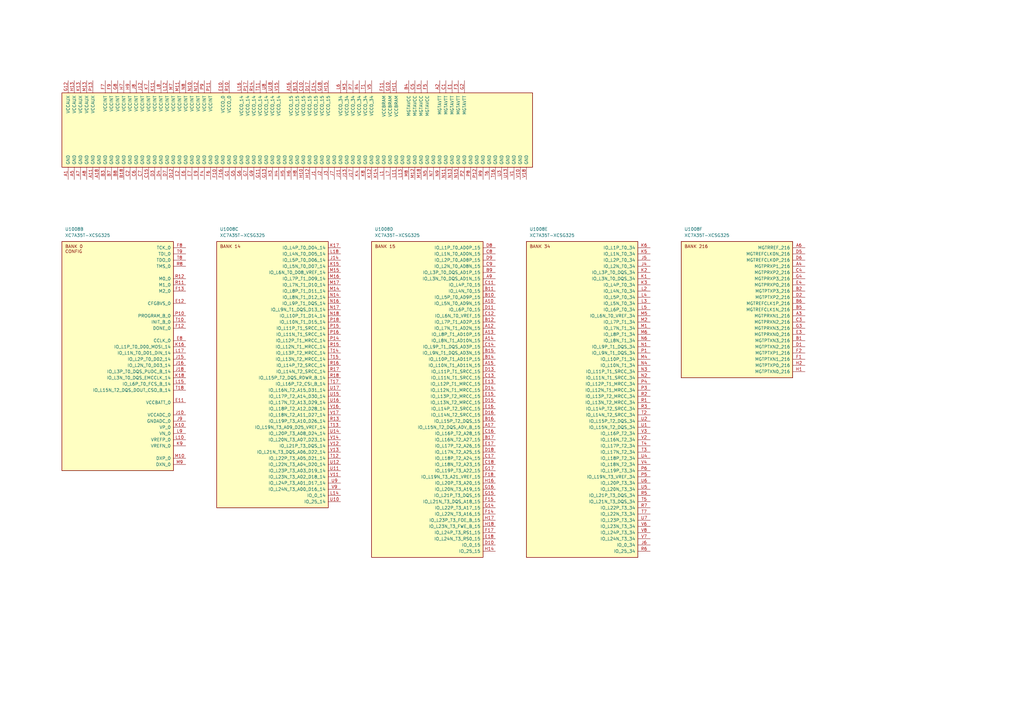
<source format=kicad_sch>
(kicad_sch (version 20250114) (generator "eeschema") (generator_version "9.0")
  (paper "A3")
  (title_block (title "Integrated circuits") (date "2026-01-10") (rev "1") (comment 1 "-") (comment 2 "-"))
  (lib_symbols
    (symbol "lily_symbols:ic_fpga_XC7A35T-XCSG325_CSG324" (pin_names (offset 1.016))
      (property "Reference" "U" (at -49.53 7.62 0))
      (property "Value" "XC7A35T-XCSG325" (at -49.53 5.08 0))
      (symbol "ic_fpga_XC7A35T-XCSG325_CSG324_1_1"
        (rectangle (start -2.54 -5.08) (end 190.5 -35.56) (stroke (width 0.254)) (fill (type background)))
        (pin power_in line (at 0 0 270) (length 5.08) (name "VCCAUX") (number "G12"))
        (pin power_in line (at 0 -40.64 90) (length 5.08) (name "GND") (number "A1"))
        (pin power_in line (at 2.54 0 270) (length 5.08) (name "VCCAUX") (number "H13"))
        (pin power_in line (at 2.54 -40.64 90) (length 5.08) (name "GND") (number "A5"))
        (pin power_in line (at 5.08 0 270) (length 5.08) (name "VCCAUX") (number "K13"))
        (pin power_in line (at 5.08 -40.64 90) (length 5.08) (name "GND") (number "A7"))
        (pin power_in line (at 7.62 0 270) (length 5.08) (name "VCCAUX") (number "M13"))
        (pin power_in line (at 7.62 -40.64 90) (length 5.08) (name "GND") (number "A8"))
        (pin power_in line (at 10.16 0 270) (length 5.08) (name "VCCAUX") (number "P13"))
        (pin power_in line (at 10.16 -40.64 90) (length 5.08) (name "GND") (number "A11"))
        (pin power_in line (at 12.7 -40.64 90) (length 5.08) (name "GND") (number "A18"))
        (pin power_in line (at 15.24 0 270) (length 5.08) (name "VCCINT") (number "F7"))
        (pin power_in line (at 15.24 -40.64 90) (length 5.08) (name "GND") (number "B3"))
        (pin power_in line (at 17.78 0 270) (length 5.08) (name "VCCINT") (number "F9"))
        (pin power_in line (at 17.78 -40.64 90) (length 5.08) (name "GND") (number "B7"))
        (pin power_in line (at 20.32 0 270) (length 5.08) (name "VCCINT") (number "G8"))
        (pin power_in line (at 20.32 -40.64 90) (length 5.08) (name "GND") (number "B8"))
        (pin power_in line (at 22.86 0 270) (length 5.08) (name "VCCINT") (number "H7"))
        (pin power_in line (at 22.86 -40.64 90) (length 5.08) (name "GND") (number "B18"))
        (pin power_in line (at 25.4 0 270) (length 5.08) (name "VCCINT") (number "H9"))
        (pin power_in line (at 25.4 -40.64 90) (length 5.08) (name "GND") (number "C2"))
        (pin power_in line (at 27.94 0 270) (length 5.08) (name "VCCINT") (number "J8"))
        (pin power_in line (at 27.94 -40.64 90) (length 5.08) (name "GND") (number "C6"))
        (pin power_in line (at 30.48 0 270) (length 5.08) (name "VCCINT") (number "J12"))
        (pin power_in line (at 30.48 -40.64 90) (length 5.08) (name "GND") (number "C7"))
        (pin power_in line (at 33.02 0 270) (length 5.08) (name "VCCINT") (number "K7"))
        (pin power_in line (at 33.02 -40.64 90) (length 5.08) (name "GND") (number "C15"))
        (pin power_in line (at 35.56 0 270) (length 5.08) (name "VCCINT") (number "K11"))
        (pin power_in line (at 35.56 -40.64 90) (length 5.08) (name "GND") (number "D3"))
        (pin power_in line (at 38.1 0 270) (length 5.08) (name "VCCINT") (number "L8"))
        (pin power_in line (at 38.1 -40.64 90) (length 5.08) (name "GND") (number "D4"))
        (pin power_in line (at 40.64 0 270) (length 5.08) (name "VCCINT") (number "L12"))
        (pin power_in line (at 40.64 -40.64 90) (length 5.08) (name "GND") (number "D7"))
        (pin power_in line (at 43.18 0 270) (length 5.08) (name "VCCINT") (number "M7"))
        (pin power_in line (at 43.18 -40.64 90) (length 5.08) (name "GND") (number "D12"))
        (pin power_in line (at 45.72 0 270) (length 5.08) (name "VCCINT") (number "M11"))
        (pin power_in line (at 45.72 -40.64 90) (length 5.08) (name "GND") (number "E2"))
        (pin power_in line (at 48.26 0 270) (length 5.08) (name "VCCINT") (number "N8"))
        (pin power_in line (at 48.26 -40.64 90) (length 5.08) (name "GND") (number "E6"))
        (pin power_in line (at 50.8 0 270) (length 5.08) (name "VCCINT") (number "N10"))
        (pin power_in line (at 50.8 -40.64 90) (length 5.08) (name "GND") (number "E7"))
        (pin power_in line (at 53.34 0 270) (length 5.08) (name "VCCINT") (number "N12"))
        (pin power_in line (at 53.34 -40.64 90) (length 5.08) (name "GND") (number "E9"))
        (pin power_in line (at 55.88 0 270) (length 5.08) (name "VCCINT") (number "P9"))
        (pin power_in line (at 55.88 -40.64 90) (length 5.08) (name "GND") (number "F4"))
        (pin power_in line (at 58.42 0 270) (length 5.08) (name "VCCINT") (number "P11"))
        (pin power_in line (at 58.42 -40.64 90) (length 5.08) (name "GND") (number "F6"))
        (pin power_in line (at 60.96 -40.64 90) (length 5.08) (name "GND") (number "F10"))
        (pin power_in line (at 63.5 0 270) (length 5.08) (name "VCCO_0") (number "E10"))
        (pin power_in line (at 63.5 -40.64 90) (length 5.08) (name "GND") (number "F16"))
        (pin power_in line (at 66.04 0 270) (length 5.08) (name "VCCO_0") (number "R10"))
        (pin power_in line (at 66.04 -40.64 90) (length 5.08) (name "GND") (number "G1"))
        (pin power_in line (at 68.58 -40.64 90) (length 5.08) (name "GND") (number "G5"))
        (pin power_in line (at 71.12 0 270) (length 5.08) (name "VCCO_14") (number "L16"))
        (pin power_in line (at 71.12 -40.64 90) (length 5.08) (name "GND") (number "G6"))
        (pin power_in line (at 73.66 0 270) (length 5.08) (name "VCCO_14") (number "P17"))
        (pin power_in line (at 73.66 -40.64 90) (length 5.08) (name "GND") (number "G7"))
        (pin power_in line (at 76.2 0 270) (length 5.08) (name "VCCO_14") (number "R14"))
        (pin power_in line (at 76.2 -40.64 90) (length 5.08) (name "GND") (number "G9"))
        (pin power_in line (at 78.74 0 270) (length 5.08) (name "VCCO_14") (number "T11"))
        (pin power_in line (at 78.74 -40.64 90) (length 5.08) (name "GND") (number "G11"))
        (pin power_in line (at 81.28 0 270) (length 5.08) (name "VCCO_14") (number "U8"))
        (pin power_in line (at 81.28 -40.64 90) (length 5.08) (name "GND") (number "G13"))
        (pin power_in line (at 83.82 0 270) (length 5.08) (name "VCCO_14") (number "U18"))
        (pin power_in line (at 83.82 -40.64 90) (length 5.08) (name "GND") (number "H3"))
        (pin power_in line (at 86.36 0 270) (length 5.08) (name "VCCO_14") (number "V15"))
        (pin power_in line (at 86.36 -40.64 90) (length 5.08) (name "GND") (number "H4"))
        (pin power_in line (at 88.9 -40.64 90) (length 5.08) (name "GND") (number "H5"))
        (pin power_in line (at 91.44 0 270) (length 5.08) (name "VCCO_15") (number "A16"))
        (pin power_in line (at 91.44 -40.64 90) (length 5.08) (name "GND") (number "H6"))
        (pin power_in line (at 93.98 0 270) (length 5.08) (name "VCCO_15") (number "B13"))
        (pin power_in line (at 93.98 -40.64 90) (length 5.08) (name "GND") (number "H8"))
        (pin power_in line (at 96.52 0 270) (length 5.08) (name "VCCO_15") (number "C10"))
        (pin power_in line (at 96.52 -40.64 90) (length 5.08) (name "GND") (number "H10"))
        (pin power_in line (at 99.06 0 270) (length 5.08) (name "VCCO_15") (number "D17"))
        (pin power_in line (at 99.06 -40.64 90) (length 5.08) (name "GND") (number "H12"))
        (pin power_in line (at 101.6 0 270) (length 5.08) (name "VCCO_15") (number "E14"))
        (pin power_in line (at 101.6 -40.64 90) (length 5.08) (name "GND") (number "J1"))
        (pin power_in line (at 104.14 0 270) (length 5.08) (name "VCCO_15") (number "G18"))
        (pin power_in line (at 104.14 -40.64 90) (length 5.08) (name "GND") (number "J2"))
        (pin power_in line (at 106.68 0 270) (length 5.08) (name "VCCO_15") (number "H15"))
        (pin power_in line (at 106.68 -40.64 90) (length 5.08) (name "GND") (number "J3"))
        (pin power_in line (at 109.22 -40.64 90) (length 5.08) (name "GND") (number "J7"))
        (pin power_in line (at 111.76 0 270) (length 5.08) (name "VCCO_34") (number "L6"))
        (pin power_in line (at 111.76 -40.64 90) (length 5.08) (name "GND") (number "J11"))
        (pin power_in line (at 114.3 0 270) (length 5.08) (name "VCCO_34") (number "M3"))
        (pin power_in line (at 114.3 -40.64 90) (length 5.08) (name "GND") (number "J13"))
        (pin power_in line (at 116.84 0 270) (length 5.08) (name "VCCO_34") (number "P7"))
        (pin power_in line (at 116.84 -40.64 90) (length 5.08) (name "GND") (number "J17"))
        (pin power_in line (at 119.38 0 270) (length 5.08) (name "VCCO_34") (number "R4"))
        (pin power_in line (at 119.38 -40.64 90) (length 5.08) (name "GND") (number "K4"))
        (pin power_in line (at 121.92 0 270) (length 5.08) (name "VCCO_34") (number "T1"))
        (pin power_in line (at 121.92 -40.64 90) (length 5.08) (name "GND") (number "K8"))
        (pin power_in line (at 124.46 0 270) (length 5.08) (name "VCCO_34") (number "V5"))
        (pin power_in line (at 124.46 -40.64 90) (length 5.08) (name "GND") (number "K12"))
        (pin power_in line (at 127 -40.64 90) (length 5.08) (name "GND") (number "K14"))
        (pin power_in line (at 129.54 0 270) (length 5.08) (name "VCCBRAM") (number "F11"))
        (pin power_in line (at 129.54 -40.64 90) (length 5.08) (name "GND") (number "L1"))
        (pin power_in line (at 132.08 0 270) (length 5.08) (name "VCCBRAM") (number "G10"))
        (pin power_in line (at 132.08 -40.64 90) (length 5.08) (name "GND") (number "L7"))
        (pin power_in line (at 134.62 0 270) (length 5.08) (name "VCCBRAM") (number "H11"))
        (pin power_in line (at 134.62 -40.64 90) (length 5.08) (name "GND") (number "L11"))
        (pin power_in line (at 137.16 -40.64 90) (length 5.08) (name "GND") (number "L13"))
        (pin power_in line (at 139.7 0 270) (length 5.08) (name "MGTAVCC") (number "B4"))
        (pin power_in line (at 139.7 -40.64 90) (length 5.08) (name "GND") (number "M8"))
        (pin power_in line (at 142.24 0 270) (length 5.08) (name "MGTAVCC") (number "C5"))
        (pin power_in line (at 142.24 -40.64 90) (length 5.08) (name "GND") (number "M12"))
        (pin power_in line (at 144.78 0 270) (length 5.08) (name "MGTAVCC") (number "E5"))
        (pin power_in line (at 144.78 -40.64 90) (length 5.08) (name "GND") (number "M18"))
        (pin power_in line (at 147.32 0 270) (length 5.08) (name "MGTAVCC") (number "F5"))
        (pin power_in line (at 147.32 -40.64 90) (length 5.08) (name "GND") (number "N5"))
        (pin power_in line (at 149.86 -40.64 90) (length 5.08) (name "GND") (number "N7"))
        (pin power_in line (at 152.4 0 270) (length 5.08) (name "MGTAVTT") (number "A2"))
        (pin power_in line (at 152.4 -40.64 90) (length 5.08) (name "GND") (number "N9"))
        (pin power_in line (at 154.94 0 270) (length 5.08) (name "MGTAVTT") (number "C1"))
        (pin power_in line (at 154.94 -40.64 90) (length 5.08) (name "GND") (number "N11"))
        (pin power_in line (at 157.48 0 270) (length 5.08) (name "MGTAVTT") (number "E1"))
        (pin power_in line (at 157.48 -40.64 90) (length 5.08) (name "GND") (number "N13"))
        (pin power_in line (at 160.02 0 270) (length 5.08) (name "MGTAVTT") (number "F3"))
        (pin power_in line (at 160.02 -40.64 90) (length 5.08) (name "GND") (number "N15"))
        (pin power_in line (at 162.56 0 270) (length 5.08) (name "MGTAVTT") (number "G2"))
        (pin power_in line (at 162.56 -40.64 90) (length 5.08) (name "GND") (number "P2"))
        (pin power_in line (at 165.1 -40.64 90) (length 5.08) (name "GND") (number "P8"))
        (pin power_in line (at 167.64 -40.64 90) (length 5.08) (name "GND") (number "P12"))
        (pin power_in line (at 170.18 -40.64 90) (length 5.08) (name "GND") (number "R9"))
        (pin power_in line (at 172.72 -40.64 90) (length 5.08) (name "GND") (number "T6"))
        (pin power_in line (at 175.26 -40.64 90) (length 5.08) (name "GND") (number "T16"))
        (pin power_in line (at 177.8 -40.64 90) (length 5.08) (name "GND") (number "U3"))
        (pin power_in line (at 180.34 -40.64 90) (length 5.08) (name "GND") (number "U13"))
        (pin power_in line (at 182.88 -40.64 90) (length 5.08) (name "GND") (number "V1"))
        (pin power_in line (at 185.42 -40.64 90) (length 5.08) (name "GND") (number "V10"))
        (pin power_in line (at 187.96 -40.64 90) (length 5.08) (name "GND") (number "V18"))
      )
      (symbol "ic_fpga_XC7A35T-XCSG325_CSG324_2_1"
        (rectangle (start -50.8 2.54) (end -5.08 -91.44) (stroke (width 0.254)) (fill (type background)))
        (text "BANK 0\nCONFIG" (at -49.53 1.27 0) (effects (font (size 1.27 1.27)) (justify left top)))
        (pin input line (at 0 0 180) (length 5.08) (name "TCK_0") (number "F8"))
        (pin input line (at 0 -2.54 180) (length 5.08) (name "TDI_0") (number "T9"))
        (pin output line (at 0 -5.08 180) (length 5.08) (name "TDO_0") (number "T8"))
        (pin input line (at 0 -7.62 180) (length 5.08) (name "TMS_0") (number "R8"))
        (pin input line (at 0 -12.7 180) (length 5.08) (name "M0_0") (number "R12"))
        (pin input line (at 0 -15.24 180) (length 5.08) (name "M1_0") (number "R11"))
        (pin input line (at 0 -17.78 180) (length 5.08) (name "M2_0") (number "F13"))
        (pin input line (at 0 -22.86 180) (length 5.08) (name "CFGBVS_0") (number "E12"))
        (pin input line (at 0 -27.94 180) (length 5.08) (name "PROGRAM_B_0") (number "P10"))
        (pin bidirectional line (at 0 -30.48 180) (length 5.08) (name "INIT_B_0") (number "T10"))
        (pin bidirectional line (at 0 -33.02 180) (length 5.08) (name "DONE_0") (number "F12"))
        (pin bidirectional line (at 0 -38.1 180) (length 5.08) (name "CCLK_0") (number "E8"))
        (pin bidirectional line (at 0 -40.64 180) (length 5.08) (name "IO_L1P_T0_D00_MOSI_14") (number "K16"))
        (pin bidirectional line (at 0 -43.18 180) (length 5.08) (name "IO_L1N_T0_D01_DIN_14") (number "L17"))
        (pin bidirectional line (at 0 -45.72 180) (length 5.08) (name "IO_L2P_T0_D02_14") (number "J15"))
        (pin bidirectional line (at 0 -48.26 180) (length 5.08) (name "IO_L2N_T0_D03_14") (number "J16"))
        (pin bidirectional line (at 0 -50.8 180) (length 5.08) (name "IO_L3P_T0_DQS_PUDC_B_14") (number "J18"))
        (pin bidirectional line (at 0 -53.34 180) (length 5.08) (name "IO_L3N_T0_DQS_EMCCLK_14") (number "K18"))
        (pin bidirectional line (at 0 -55.88 180) (length 5.08) (name "IO_L6P_T0_FCS_B_14") (number "L15"))
        (pin bidirectional line (at 0 -58.42 180) (length 5.08) (name "IO_L15N_T2_DQS_DOUT_CSO_B_14") (number "T18"))
        (pin input line (at 0 -63.5 180) (length 5.08) (name "VCCBATT_0") (number "E11"))
        (pin passive line (at 0 -68.58 180) (length 5.08) (name "VCCADC_0") (number "J10"))
        (pin passive line (at 0 -71.12 180) (length 5.08) (name "GNDADC_0") (number "J9"))
        (pin input line (at 0 -73.66 180) (length 5.08) (name "VP_0") (number "K10"))
        (pin input line (at 0 -76.2 180) (length 5.08) (name "VN_0") (number "L9"))
        (pin passive line (at 0 -78.74 180) (length 5.08) (name "VREFP_0") (number "L10"))
        (pin passive line (at 0 -81.28 180) (length 5.08) (name "VREFN_0") (number "K9"))
        (pin input line (at 0 -86.36 180) (length 5.08) (name "DXP_0") (number "M10"))
        (pin input line (at 0 -88.9 180) (length 5.08) (name "DXN_0") (number "M9"))
      )
      (symbol "ic_fpga_XC7A35T-XCSG325_CSG324_3_1"
        (rectangle (start -50.8 2.54) (end -5.08 -106.68) (stroke (width 0.254)) (fill (type background)))
        (text "BANK 14" (at -49.53 1.27 0) (effects (font (size 1.27 1.27)) (justify left top)))
        (pin bidirectional line (at 0 0 180) (length 5.08) (name "IO_L4P_T0_D04_14") (number "K17"))
        (pin bidirectional line (at 0 -2.54 180) (length 5.08) (name "IO_L4N_T0_D05_14") (number "L18"))
        (pin bidirectional line (at 0 -5.08 180) (length 5.08) (name "IO_L5P_T0_D06_14") (number "J14"))
        (pin bidirectional line (at 0 -7.62 180) (length 5.08) (name "IO_L5N_T0_D07_14") (number "K15"))
        (pin bidirectional line (at 0 -10.16 180) (length 5.08) (name "IO_L6N_T0_D08_VREF_14") (number "M15"))
        (pin bidirectional line (at 0 -12.7 180) (length 5.08) (name "IO_L7P_T1_D09_14") (number "M16"))
        (pin bidirectional line (at 0 -15.24 180) (length 5.08) (name "IO_L7N_T1_D10_14") (number "M17"))
        (pin bidirectional line (at 0 -17.78 180) (length 5.08) (name "IO_L8P_T1_D11_14") (number "M14"))
        (pin bidirectional line (at 0 -20.32 180) (length 5.08) (name "IO_L8N_T1_D12_14") (number "N14"))
        (pin bidirectional line (at 0 -22.86 180) (length 5.08) (name "IO_L9P_T1_DQS_14") (number "N16"))
        (pin bidirectional line (at 0 -25.4 180) (length 5.08) (name "IO_L9N_T1_DQS_D13_14") (number "N17"))
        (pin bidirectional line (at 0 -27.94 180) (length 5.08) (name "IO_L10P_T1_D14_14") (number "N18"))
        (pin bidirectional line (at 0 -30.48 180) (length 5.08) (name "IO_L10N_T1_D15_14") (number "P18"))
        (pin bidirectional line (at 0 -33.02 180) (length 5.08) (name "IO_L11P_T1_SRCC_14") (number "P15"))
        (pin bidirectional line (at 0 -35.56 180) (length 5.08) (name "IO_L11N_T1_SRCC_14") (number "P16"))
        (pin bidirectional line (at 0 -38.1 180) (length 5.08) (name "IO_L12P_T1_MRCC_14") (number "P14"))
        (pin bidirectional line (at 0 -40.64 180) (length 5.08) (name "IO_L12N_T1_MRCC_14") (number "R15"))
        (pin bidirectional line (at 0 -43.18 180) (length 5.08) (name "IO_L13P_T2_MRCC_14") (number "T14"))
        (pin bidirectional line (at 0 -45.72 180) (length 5.08) (name "IO_L13N_T2_MRCC_14") (number "T15"))
        (pin bidirectional line (at 0 -48.26 180) (length 5.08) (name "IO_L14P_T2_SRCC_14") (number "R16"))
        (pin bidirectional line (at 0 -50.8 180) (length 5.08) (name "IO_L14N_T2_SRCC_14") (number "R17"))
        (pin bidirectional line (at 0 -53.34 180) (length 5.08) (name "IO_L15P_T2_DQS_RDWR_B_14") (number "R18"))
        (pin bidirectional line (at 0 -55.88 180) (length 5.08) (name "IO_L16P_T2_CSI_B_14") (number "T17"))
        (pin bidirectional line (at 0 -58.42 180) (length 5.08) (name "IO_L16N_T2_A15_D31_14") (number "U17"))
        (pin bidirectional line (at 0 -60.96 180) (length 5.08) (name "IO_L17P_T2_A14_D30_14") (number "U15"))
        (pin bidirectional line (at 0 -63.5 180) (length 5.08) (name "IO_L17N_T2_A13_D29_14") (number "U16"))
        (pin bidirectional line (at 0 -66.04 180) (length 5.08) (name "IO_L18P_T2_A12_D28_14") (number "V16"))
        (pin bidirectional line (at 0 -68.58 180) (length 5.08) (name "IO_L18N_T2_A11_D27_14") (number "V17"))
        (pin bidirectional line (at 0 -71.12 180) (length 5.08) (name "IO_L19P_T3_A10_D26_14") (number "R13"))
        (pin bidirectional line (at 0 -73.66 180) (length 5.08) (name "IO_L19N_T3_A09_D25_VREF_14") (number "T13"))
        (pin bidirectional line (at 0 -76.2 180) (length 5.08) (name "IO_L20P_T3_A08_D24_14") (number "U14"))
        (pin bidirectional line (at 0 -78.74 180) (length 5.08) (name "IO_L20N_T3_A07_D23_14") (number "V14"))
        (pin bidirectional line (at 0 -81.28 180) (length 5.08) (name "IO_L21P_T3_DQS_14") (number "V12"))
        (pin bidirectional line (at 0 -83.82 180) (length 5.08) (name "IO_L21N_T3_DQS_A06_D22_14") (number "V13"))
        (pin bidirectional line (at 0 -86.36 180) (length 5.08) (name "IO_L22P_T3_A05_D21_14") (number "T12"))
        (pin bidirectional line (at 0 -88.9 180) (length 5.08) (name "IO_L22N_T3_A04_D20_14") (number "U12"))
        (pin bidirectional line (at 0 -91.44 180) (length 5.08) (name "IO_L23P_T3_A03_D19_14") (number "U11"))
        (pin bidirectional line (at 0 -93.98 180) (length 5.08) (name "IO_L23N_T3_A02_D18_14") (number "V11"))
        (pin bidirectional line (at 0 -96.52 180) (length 5.08) (name "IO_L24P_T3_A01_D17_14") (number "U9"))
        (pin bidirectional line (at 0 -99.06 180) (length 5.08) (name "IO_L24N_T3_A00_D16_14") (number "V9"))
        (pin bidirectional line (at 0 -101.6 180) (length 5.08) (name "IO_0_14") (number "L14"))
        (pin bidirectional line (at 0 -104.14 180) (length 5.08) (name "IO_25_14") (number "U10"))
      )
      (symbol "ic_fpga_XC7A35T-XCSG325_CSG324_4_1"
        (rectangle (start -50.8 2.54) (end -5.08 -127) (stroke (width 0.254)) (fill (type background)))
        (text "BANK 15" (at -49.53 1.27 0) (effects (font (size 1.27 1.27)) (justify left top)))
        (pin bidirectional line (at 0 0 180) (length 5.08) (name "IO_L1P_T0_AD0P_15") (number "D8"))
        (pin bidirectional line (at 0 -2.54 180) (length 5.08) (name "IO_L1N_T0_AD0N_15") (number "C8"))
        (pin bidirectional line (at 0 -5.08 180) (length 5.08) (name "IO_L2P_T0_AD8P_15") (number "D9"))
        (pin bidirectional line (at 0 -7.62 180) (length 5.08) (name "IO_L2N_T0_AD8N_15") (number "C9"))
        (pin bidirectional line (at 0 -10.16 180) (length 5.08) (name "IO_L3P_T0_DQS_AD1P_15") (number "B9"))
        (pin bidirectional line (at 0 -12.7 180) (length 5.08) (name "IO_L3N_T0_DQS_AD1N_15") (number "A9"))
        (pin bidirectional line (at 0 -15.24 180) (length 5.08) (name "IO_L4P_T0_15") (number "C11"))
        (pin bidirectional line (at 0 -17.78 180) (length 5.08) (name "IO_L4N_T0_15") (number "B11"))
        (pin bidirectional line (at 0 -20.32 180) (length 5.08) (name "IO_L5P_T0_AD9P_15") (number "B10"))
        (pin bidirectional line (at 0 -22.86 180) (length 5.08) (name "IO_L5N_T0_AD9N_15") (number "A10"))
        (pin bidirectional line (at 0 -25.4 180) (length 5.08) (name "IO_L6P_T0_15") (number "D11"))
        (pin bidirectional line (at 0 -27.94 180) (length 5.08) (name "IO_L6N_T0_VREF_15") (number "C12"))
        (pin bidirectional line (at 0 -30.48 180) (length 5.08) (name "IO_L7P_T1_AD2P_15") (number "B12"))
        (pin bidirectional line (at 0 -33.02 180) (length 5.08) (name "IO_L7N_T1_AD2N_15") (number "A12"))
        (pin bidirectional line (at 0 -35.56 180) (length 5.08) (name "IO_L8P_T1_AD10P_15") (number "A13"))
        (pin bidirectional line (at 0 -38.1 180) (length 5.08) (name "IO_L8N_T1_AD10N_15") (number "A14"))
        (pin bidirectional line (at 0 -40.64 180) (length 5.08) (name "IO_L9P_T1_DQS_AD3P_15") (number "C14"))
        (pin bidirectional line (at 0 -43.18 180) (length 5.08) (name "IO_L9N_T1_DQS_AD3N_15") (number "B15"))
        (pin bidirectional line (at 0 -45.72 180) (length 5.08) (name "IO_L10P_T1_AD11P_15") (number "B14"))
        (pin bidirectional line (at 0 -48.26 180) (length 5.08) (name "IO_L10N_T1_AD11N_15") (number "A15"))
        (pin bidirectional line (at 0 -50.8 180) (length 5.08) (name "IO_L11P_T1_SRCC_15") (number "D13"))
        (pin bidirectional line (at 0 -53.34 180) (length 5.08) (name "IO_L11N_T1_SRCC_15") (number "C13"))
        (pin bidirectional line (at 0 -55.88 180) (length 5.08) (name "IO_L12P_T1_MRCC_15") (number "E13"))
        (pin bidirectional line (at 0 -58.42 180) (length 5.08) (name "IO_L12N_T1_MRCC_15") (number "D14"))
        (pin bidirectional line (at 0 -60.96 180) (length 5.08) (name "IO_L13P_T2_MRCC_15") (number "E15"))
        (pin bidirectional line (at 0 -63.5 180) (length 5.08) (name "IO_L13N_T2_MRCC_15") (number "D15"))
        (pin bidirectional line (at 0 -66.04 180) (length 5.08) (name "IO_L14P_T2_SRCC_15") (number "E16"))
        (pin bidirectional line (at 0 -68.58 180) (length 5.08) (name "IO_L14N_T2_SRCC_15") (number "D16"))
        (pin bidirectional line (at 0 -71.12 180) (length 5.08) (name "IO_L15P_T2_DQS_15") (number "B16"))
        (pin bidirectional line (at 0 -73.66 180) (length 5.08) (name "IO_L15N_T2_DQS_ADV_B_15") (number "A17"))
        (pin bidirectional line (at 0 -76.2 180) (length 5.08) (name "IO_L16P_T2_A28_15") (number "C16"))
        (pin bidirectional line (at 0 -78.74 180) (length 5.08) (name "IO_L16N_T2_A27_15") (number "B17"))
        (pin bidirectional line (at 0 -81.28 180) (length 5.08) (name "IO_L17P_T2_A26_15") (number "E17"))
        (pin bidirectional line (at 0 -83.82 180) (length 5.08) (name "IO_L17N_T2_A25_15") (number "D18"))
        (pin bidirectional line (at 0 -86.36 180) (length 5.08) (name "IO_L18P_T2_A24_15") (number "C17"))
        (pin bidirectional line (at 0 -88.9 180) (length 5.08) (name "IO_L18N_T2_A23_15") (number "C18"))
        (pin bidirectional line (at 0 -91.44 180) (length 5.08) (name "IO_L19P_T3_A22_15") (number "G17"))
        (pin bidirectional line (at 0 -93.98 180) (length 5.08) (name "IO_L19N_T3_A21_VREF_15") (number "F18"))
        (pin bidirectional line (at 0 -96.52 180) (length 5.08) (name "IO_L20P_T3_A20_15") (number "H16"))
        (pin bidirectional line (at 0 -99.06 180) (length 5.08) (name "IO_L20N_T3_A19_15") (number "G16"))
        (pin bidirectional line (at 0 -101.6 180) (length 5.08) (name "IO_L21P_T3_DQS_15") (number "G15"))
        (pin bidirectional line (at 0 -104.14 180) (length 5.08) (name "IO_L21N_T3_DQS_A18_15") (number "F15"))
        (pin bidirectional line (at 0 -106.68 180) (length 5.08) (name "IO_L22P_T3_A17_15") (number "G14"))
        (pin bidirectional line (at 0 -109.22 180) (length 5.08) (name "IO_L22N_T3_A16_15") (number "F14"))
        (pin bidirectional line (at 0 -111.76 180) (length 5.08) (name "IO_L23P_T3_FOE_B_15") (number "H17"))
        (pin bidirectional line (at 0 -114.3 180) (length 5.08) (name "IO_L23N_T3_FWE_B_15") (number "H18"))
        (pin bidirectional line (at 0 -116.84 180) (length 5.08) (name "IO_L24P_T3_RS1_15") (number "F17"))
        (pin bidirectional line (at 0 -119.38 180) (length 5.08) (name "IO_L24N_T3_RS0_15") (number "E18"))
        (pin bidirectional line (at 0 -121.92 180) (length 5.08) (name "IO_0_15") (number "D10"))
        (pin bidirectional line (at 0 -124.46 180) (length 5.08) (name "IO_25_15") (number "H14"))
      )
      (symbol "ic_fpga_XC7A35T-XCSG325_CSG324_5_1"
        (rectangle (start -50.8 2.54) (end -5.08 -127) (stroke (width 0.254)) (fill (type background)))
        (text "BANK 34" (at -49.53 1.27 0) (effects (font (size 1.27 1.27)) (justify left top)))
        (pin bidirectional line (at 0 0 180) (length 5.08) (name "IO_L1P_T0_34") (number "K6"))
        (pin bidirectional line (at 0 -2.54 180) (length 5.08) (name "IO_L1N_T0_34") (number "K5"))
        (pin bidirectional line (at 0 -5.08 180) (length 5.08) (name "IO_L2P_T0_34") (number "J5"))
        (pin bidirectional line (at 0 -7.62 180) (length 5.08) (name "IO_L2N_T0_34") (number "J4"))
        (pin bidirectional line (at 0 -10.16 180) (length 5.08) (name "IO_L3P_T0_DQS_34") (number "K2"))
        (pin bidirectional line (at 0 -12.7 180) (length 5.08) (name "IO_L3N_T0_DQS_34") (number "K1"))
        (pin bidirectional line (at 0 -15.24 180) (length 5.08) (name "IO_L4P_T0_34") (number "K3"))
        (pin bidirectional line (at 0 -17.78 180) (length 5.08) (name "IO_L4N_T0_34") (number "L2"))
        (pin bidirectional line (at 0 -20.32 180) (length 5.08) (name "IO_L5P_T0_34") (number "L4"))
        (pin bidirectional line (at 0 -22.86 180) (length 5.08) (name "IO_L5N_T0_34") (number "L3"))
        (pin bidirectional line (at 0 -25.4 180) (length 5.08) (name "IO_L6P_T0_34") (number "L5"))
        (pin bidirectional line (at 0 -27.94 180) (length 5.08) (name "IO_L6N_T0_VREF_34") (number "M5"))
        (pin bidirectional line (at 0 -30.48 180) (length 5.08) (name "IO_L7P_T1_34") (number "M2"))
        (pin bidirectional line (at 0 -33.02 180) (length 5.08) (name "IO_L7N_T1_34") (number "M1"))
        (pin bidirectional line (at 0 -35.56 180) (length 5.08) (name "IO_L8P_T1_34") (number "M6"))
        (pin bidirectional line (at 0 -38.1 180) (length 5.08) (name "IO_L8N_T1_34") (number "N6"))
        (pin bidirectional line (at 0 -40.64 180) (length 5.08) (name "IO_L9P_T1_DQS_34") (number "N1"))
        (pin bidirectional line (at 0 -43.18 180) (length 5.08) (name "IO_L9N_T1_DQS_34") (number "P1"))
        (pin bidirectional line (at 0 -45.72 180) (length 5.08) (name "IO_L10P_T1_34") (number "M4"))
        (pin bidirectional line (at 0 -48.26 180) (length 5.08) (name "IO_L10N_T1_34") (number "N4"))
        (pin bidirectional line (at 0 -50.8 180) (length 5.08) (name "IO_L11P_T1_SRCC_34") (number "N3"))
        (pin bidirectional line (at 0 -53.34 180) (length 5.08) (name "IO_L11N_T1_SRCC_34") (number "N2"))
        (pin bidirectional line (at 0 -55.88 180) (length 5.08) (name "IO_L12P_T1_MRCC_34") (number "P4"))
        (pin bidirectional line (at 0 -58.42 180) (length 5.08) (name "IO_L12N_T1_MRCC_34") (number "P3"))
        (pin bidirectional line (at 0 -60.96 180) (length 5.08) (name "IO_L13P_T2_MRCC_34") (number "R2"))
        (pin bidirectional line (at 0 -63.5 180) (length 5.08) (name "IO_L13N_T2_MRCC_34") (number "R1"))
        (pin bidirectional line (at 0 -66.04 180) (length 5.08) (name "IO_L14P_T2_SRCC_34") (number "R3"))
        (pin bidirectional line (at 0 -68.58 180) (length 5.08) (name "IO_L14N_T2_SRCC_34") (number "T2"))
        (pin bidirectional line (at 0 -71.12 180) (length 5.08) (name "IO_L15P_T2_DQS_34") (number "U2"))
        (pin bidirectional line (at 0 -73.66 180) (length 5.08) (name "IO_L15N_T2_DQS_34") (number "U1"))
        (pin bidirectional line (at 0 -76.2 180) (length 5.08) (name "IO_L16P_T2_34") (number "V3"))
        (pin bidirectional line (at 0 -78.74 180) (length 5.08) (name "IO_L16N_T2_34") (number "V2"))
        (pin bidirectional line (at 0 -81.28 180) (length 5.08) (name "IO_L17P_T2_34") (number "T4"))
        (pin bidirectional line (at 0 -83.82 180) (length 5.08) (name "IO_L17N_T2_34") (number "T3"))
        (pin bidirectional line (at 0 -86.36 180) (length 5.08) (name "IO_L18P_T2_34") (number "U4"))
        (pin bidirectional line (at 0 -88.9 180) (length 5.08) (name "IO_L18N_T2_34") (number "V4"))
        (pin bidirectional line (at 0 -91.44 180) (length 5.08) (name "IO_L19P_T3_34") (number "P6"))
        (pin bidirectional line (at 0 -93.98 180) (length 5.08) (name "IO_L19N_T3_VREF_34") (number "P5"))
        (pin bidirectional line (at 0 -96.52 180) (length 5.08) (name "IO_L20P_T3_34") (number "U6"))
        (pin bidirectional line (at 0 -99.06 180) (length 5.08) (name "IO_L20N_T3_34") (number "U5"))
        (pin bidirectional line (at 0 -101.6 180) (length 5.08) (name "IO_L21P_T3_DQS_34") (number "R5"))
        (pin bidirectional line (at 0 -104.14 180) (length 5.08) (name "IO_L21N_T3_DQS_34") (number "T5"))
        (pin bidirectional line (at 0 -106.68 180) (length 5.08) (name "IO_L22P_T3_34") (number "R7"))
        (pin bidirectional line (at 0 -109.22 180) (length 5.08) (name "IO_L22N_T3_34") (number "T7"))
        (pin bidirectional line (at 0 -111.76 180) (length 5.08) (name "IO_L23P_T3_34") (number "U7"))
        (pin bidirectional line (at 0 -114.3 180) (length 5.08) (name "IO_L23N_T3_34") (number "V6"))
        (pin bidirectional line (at 0 -116.84 180) (length 5.08) (name "IO_L24P_T3_34") (number "V8"))
        (pin bidirectional line (at 0 -119.38 180) (length 5.08) (name "IO_L24N_T3_34") (number "V7"))
        (pin bidirectional line (at 0 -121.92 180) (length 5.08) (name "IO_0_34") (number "J6"))
        (pin bidirectional line (at 0 -124.46 180) (length 5.08) (name "IO_25_34") (number "R6"))
      )
      (symbol "ic_fpga_XC7A35T-XCSG325_CSG324_6_1"
        (rectangle (start -50.8 2.54) (end -5.08 -53.34) (stroke (width 0.254)) (fill (type background)))
        (text "BANK 216" (at -49.53 1.27 0) (effects (font (size 1.27 1.27)) (justify left top)))
        (pin bidirectional line (at 0 0 180) (length 5.08) (name "MGTRREF_216") (number "A6"))
        (pin bidirectional line (at 0 -2.54 180) (length 5.08) (name "MGTREFCLK0N_216") (number "D5"))
        (pin bidirectional line (at 0 -5.08 180) (length 5.08) (name "MGTREFCLK0P_216") (number "D6"))
        (pin bidirectional line (at 0 -7.62 180) (length 5.08) (name "MGTPRXP1_216") (number "A4"))
        (pin bidirectional line (at 0 -10.16 180) (length 5.08) (name "MGTPRXP2_216") (number "C4"))
        (pin bidirectional line (at 0 -12.7 180) (length 5.08) (name "MGTPRXP3_216") (number "G4"))
        (pin bidirectional line (at 0 -15.24 180) (length 5.08) (name "MGTPRXP0_216") (number "E4"))
        (pin bidirectional line (at 0 -17.78 180) (length 5.08) (name "MGTPTXP3_216") (number "B2"))
        (pin bidirectional line (at 0 -20.32 180) (length 5.08) (name "MGTPTXP2_216") (number "D2"))
        (pin bidirectional line (at 0 -22.86 180) (length 5.08) (name "MGTREFCLK1P_216") (number "B6"))
        (pin bidirectional line (at 0 -25.4 180) (length 5.08) (name "MGTREFCLK1N_216") (number "B5"))
        (pin bidirectional line (at 0 -27.94 180) (length 5.08) (name "MGTPRXN1_216") (number "A3"))
        (pin bidirectional line (at 0 -30.48 180) (length 5.08) (name "MGTPRXN2_216") (number "C3"))
        (pin bidirectional line (at 0 -33.02 180) (length 5.08) (name "MGTPRXN3_216") (number "G3"))
        (pin bidirectional line (at 0 -35.56 180) (length 5.08) (name "MGTPRXN0_216") (number "E3"))
        (pin bidirectional line (at 0 -38.1 180) (length 5.08) (name "MGTPTXN3_216") (number "B1"))
        (pin bidirectional line (at 0 -40.64 180) (length 5.08) (name "MGTPTXN2_216") (number "D1"))
        (pin bidirectional line (at 0 -43.18 180) (length 5.08) (name "MGTPTXP1_216") (number "F2"))
        (pin bidirectional line (at 0 -45.72 180) (length 5.08) (name "MGTPTXN1_216") (number "F1"))
        (pin bidirectional line (at 0 -48.26 180) (length 5.08) (name "MGTPTXP0_216") (number "H2"))
        (pin bidirectional line (at 0 -50.8 180) (length 5.08) (name "MGTPTXN0_216") (number "H1"))
      )
    )
  )
  (symbol (lib_id "lily_symbols:ic_fpga_XC7A35T-XCSG325_CSG324") (at 330.2 101.6 0) (unit 6)
    (property "Reference" "U1008" (at 280.67 93.98 0) (effects (justify left)))
    (property "Value" "XC7A35T-XCSG325" (at 280.67 96.52 0) (effects (justify left)))
    (property "Footprint" "lily_footprints:bga324_pitch0.8_15.0x15.0mm" (effects (hide yes)))
    (property "Datasheet" "https://lilytronics.github.io/lily_kicad_lib/datasheets/amd_xilinx/XC7A_series.pdf" (effects (hide yes)))
    (property "Revision" "1" (effects (hide yes)))
    (property "Status" "Active" (effects (hide yes)))
    (property "Manufacturer" "AMD/XILINX" (effects (hide yes)))
    (property "Manufacturer_ID" "XC7A35T-2CSG325C" (effects (hide yes)))
    (property "Lily_ID" "NO_ID" (effects (hide yes)))
    (property "JLCPCB_ID" "C1521720" (effects (hide yes)))
  )
  (symbol (lib_id "lily_symbols:ic_fpga_XC7A35T-XCSG325_CSG324") (at 76.2 101.6 0) (unit 2)
    (property "Reference" "U1008" (at 26.67 93.98 0) (effects (justify left)))
    (property "Value" "XC7A35T-XCSG325" (at 26.67 96.52 0) (effects (justify left)))
    (property "Footprint" "lily_footprints:bga324_pitch0.8_15.0x15.0mm" (effects (hide yes)))
    (property "Datasheet" "https://lilytronics.github.io/lily_kicad_lib/datasheets/amd_xilinx/XC7A_series.pdf" (effects (hide yes)))
    (property "Revision" "1" (effects (hide yes)))
    (property "Status" "Active" (effects (hide yes)))
    (property "Manufacturer" "AMD/XILINX" (effects (hide yes)))
    (property "Manufacturer_ID" "XC7A35T-2CSG325C" (effects (hide yes)))
    (property "Lily_ID" "NO_ID" (effects (hide yes)))
    (property "JLCPCB_ID" "C1521720" (effects (hide yes)))
  )
  (symbol (lib_id "lily_symbols:ic_fpga_XC7A35T-XCSG325_CSG324") (at 139.7 101.6 0) (unit 3)
    (property "Reference" "U1008" (at 90.17 93.98 0) (effects (justify left)))
    (property "Value" "XC7A35T-XCSG325" (at 90.17 96.52 0) (effects (justify left)))
    (property "Footprint" "lily_footprints:bga324_pitch0.8_15.0x15.0mm" (effects (hide yes)))
    (property "Datasheet" "https://lilytronics.github.io/lily_kicad_lib/datasheets/amd_xilinx/XC7A_series.pdf" (effects (hide yes)))
    (property "Revision" "1" (effects (hide yes)))
    (property "Status" "Active" (effects (hide yes)))
    (property "Manufacturer" "AMD/XILINX" (effects (hide yes)))
    (property "Manufacturer_ID" "XC7A35T-2CSG325C" (effects (hide yes)))
    (property "Lily_ID" "NO_ID" (effects (hide yes)))
    (property "JLCPCB_ID" "C1521720" (effects (hide yes)))
  )
  (symbol (lib_id "lily_symbols:ic_fpga_XC7A35T-XCSG325_CSG324") (at 203.2 101.6 0) (unit 4)
    (property "Reference" "U1008" (at 153.67 93.98 0) (effects (justify left)))
    (property "Value" "XC7A35T-XCSG325" (at 153.67 96.52 0) (effects (justify left)))
    (property "Footprint" "lily_footprints:bga324_pitch0.8_15.0x15.0mm" (effects (hide yes)))
    (property "Datasheet" "https://lilytronics.github.io/lily_kicad_lib/datasheets/amd_xilinx/XC7A_series.pdf" (effects (hide yes)))
    (property "Revision" "1" (effects (hide yes)))
    (property "Status" "Active" (effects (hide yes)))
    (property "Manufacturer" "AMD/XILINX" (effects (hide yes)))
    (property "Manufacturer_ID" "XC7A35T-2CSG325C" (effects (hide yes)))
    (property "Lily_ID" "NO_ID" (effects (hide yes)))
    (property "JLCPCB_ID" "C1521720" (effects (hide yes)))
  )
  (symbol (lib_id "lily_symbols:ic_fpga_XC7A35T-XCSG325_CSG324") (at 266.7 101.6 0) (unit 5)
    (property "Reference" "U1008" (at 217.17 93.98 0) (effects (justify left)))
    (property "Value" "XC7A35T-XCSG325" (at 217.17 96.52 0) (effects (justify left)))
    (property "Footprint" "lily_footprints:bga324_pitch0.8_15.0x15.0mm" (effects (hide yes)))
    (property "Datasheet" "https://lilytronics.github.io/lily_kicad_lib/datasheets/amd_xilinx/XC7A_series.pdf" (effects (hide yes)))
    (property "Revision" "1" (effects (hide yes)))
    (property "Status" "Active" (effects (hide yes)))
    (property "Manufacturer" "AMD/XILINX" (effects (hide yes)))
    (property "Manufacturer_ID" "XC7A35T-2CSG325C" (effects (hide yes)))
    (property "Lily_ID" "NO_ID" (effects (hide yes)))
    (property "JLCPCB_ID" "C1521720" (effects (hide yes)))
  )
  (symbol (lib_id "lily_symbols:ic_fpga_XC7A35T-XCSG325_CSG324") (at 27.94 33.02 0) (unit 1)
    (property "Reference" "U1008" (at -21.59 25.4 0) (effects (justify left)))
    (property "Value" "XC7A35T-XCSG325" (at -21.59 27.94 0) (effects (justify left)))
    (property "Footprint" "lily_footprints:bga324_pitch0.8_15.0x15.0mm" (effects (hide yes)))
    (property "Datasheet" "https://lilytronics.github.io/lily_kicad_lib/datasheets/amd_xilinx/XC7A_series.pdf" (effects (hide yes)))
    (property "Revision" "1" (effects (hide yes)))
    (property "Status" "Active" (effects (hide yes)))
    (property "Manufacturer" "AMD/XILINX" (effects (hide yes)))
    (property "Manufacturer_ID" "XC7A35T-2CSG325C" (effects (hide yes)))
    (property "Lily_ID" "NO_ID" (effects (hide yes)))
    (property "JLCPCB_ID" "C1521720" (effects (hide yes)))
  )
)
</source>
